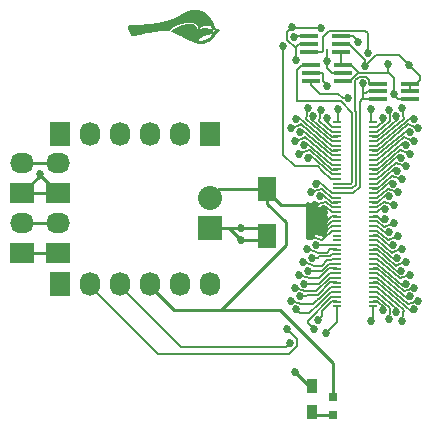
<source format=gtl>
G04 #@! TF.FileFunction,Copper,L1,Top,Signal*
%FSLAX46Y46*%
G04 Gerber Fmt 4.6, Leading zero omitted, Abs format (unit mm)*
G04 Created by KiCad (PCBNEW (2015-11-03 BZR 6296)-product) date Monday, December 21, 2015 'PMt' 04:07:47 PM*
%MOMM*%
G01*
G04 APERTURE LIST*
%ADD10C,0.100000*%
%ADD11C,0.010000*%
%ADD12O,2.032000X1.727200*%
%ADD13R,2.032000X1.727200*%
%ADD14R,1.501140X0.398780*%
%ADD15R,1.600000X2.000000*%
%ADD16R,0.797560X0.797560*%
%ADD17R,0.900000X1.200000*%
%ADD18R,1.727200X2.032000*%
%ADD19O,1.727200X2.032000*%
%ADD20R,2.032000X2.032000*%
%ADD21O,2.032000X2.032000*%
%ADD22R,0.700000X0.200000*%
%ADD23C,0.685800*%
%ADD24C,0.685801*%
%ADD25C,0.152400*%
%ADD26C,0.254000*%
G04 APERTURE END LIST*
D10*
D11*
G36*
X146520577Y-93494931D02*
X146488906Y-93494428D01*
X146461275Y-93493379D01*
X146436176Y-93491660D01*
X146412107Y-93489149D01*
X146387561Y-93485724D01*
X146361033Y-93481260D01*
X146339069Y-93477185D01*
X146280214Y-93464422D01*
X146219117Y-93448355D01*
X146158664Y-93429818D01*
X146101740Y-93409646D01*
X146090361Y-93405223D01*
X146047183Y-93388030D01*
X146004808Y-93370892D01*
X145962850Y-93353630D01*
X145920920Y-93336063D01*
X145878631Y-93318011D01*
X145835596Y-93299293D01*
X145791427Y-93279729D01*
X145745735Y-93259138D01*
X145698134Y-93237341D01*
X145648236Y-93214156D01*
X145595653Y-93189403D01*
X145539997Y-93162901D01*
X145480882Y-93134472D01*
X145417918Y-93103933D01*
X145350720Y-93071104D01*
X145278898Y-93035806D01*
X145202065Y-92997857D01*
X145119834Y-92957077D01*
X145031817Y-92913286D01*
X145009097Y-92901963D01*
X144930817Y-92863019D01*
X144858298Y-92827120D01*
X144791051Y-92794039D01*
X144728585Y-92763552D01*
X144670411Y-92735433D01*
X144616038Y-92709455D01*
X144564976Y-92685394D01*
X144516735Y-92663022D01*
X144470825Y-92642115D01*
X144426756Y-92622447D01*
X144384038Y-92603792D01*
X144342181Y-92585924D01*
X144300694Y-92568618D01*
X144259088Y-92551647D01*
X144216872Y-92534787D01*
X144183597Y-92521719D01*
X144160074Y-92512482D01*
X144138681Y-92503963D01*
X144120312Y-92496527D01*
X144105857Y-92490540D01*
X144096209Y-92486365D01*
X144092268Y-92484376D01*
X144092801Y-92480281D01*
X144098013Y-92472263D01*
X144107261Y-92461032D01*
X144119900Y-92447296D01*
X144135288Y-92431764D01*
X144152781Y-92415145D01*
X144165822Y-92403343D01*
X144233801Y-92347242D01*
X144308236Y-92293747D01*
X144389006Y-92242914D01*
X144475989Y-92194800D01*
X144569062Y-92149462D01*
X144668103Y-92106957D01*
X144772991Y-92067342D01*
X144883602Y-92030673D01*
X144999815Y-91997008D01*
X145086708Y-91974704D01*
X145187303Y-91951462D01*
X145282291Y-91932133D01*
X145371919Y-91916697D01*
X145456439Y-91905132D01*
X145536099Y-91897420D01*
X145611149Y-91893538D01*
X145681837Y-91893465D01*
X145748413Y-91897182D01*
X145811126Y-91904668D01*
X145848918Y-91911340D01*
X145909550Y-91926252D01*
X145964906Y-91945633D01*
X146014914Y-91969410D01*
X146059501Y-91997509D01*
X146098596Y-92029858D01*
X146132127Y-92066383D01*
X146160021Y-92107012D01*
X146182205Y-92151671D01*
X146198608Y-92200287D01*
X146209158Y-92252786D01*
X146212097Y-92279060D01*
X146212915Y-92290167D01*
X146213851Y-92298302D01*
X146215889Y-92304006D01*
X146220009Y-92307822D01*
X146227194Y-92310290D01*
X146238425Y-92311954D01*
X146254685Y-92313354D01*
X146276955Y-92315033D01*
X146277333Y-92315063D01*
X146304885Y-92317290D01*
X146326056Y-92319184D01*
X146341509Y-92320834D01*
X146351906Y-92322327D01*
X146357910Y-92323751D01*
X146360183Y-92325193D01*
X146360082Y-92326026D01*
X146362027Y-92327335D01*
X146368861Y-92327560D01*
X146378532Y-92326886D01*
X146388990Y-92325503D01*
X146398183Y-92323597D01*
X146402569Y-92322141D01*
X146408077Y-92320624D01*
X146419384Y-92318164D01*
X146435331Y-92314992D01*
X146454759Y-92311335D01*
X146476511Y-92307422D01*
X146481944Y-92306471D01*
X146563430Y-92292964D01*
X146640846Y-92281591D01*
X146716734Y-92272013D01*
X146793633Y-92263891D01*
X146817083Y-92261706D01*
X146839513Y-92260112D01*
X146866719Y-92258879D01*
X146897348Y-92258007D01*
X146930049Y-92257496D01*
X146963471Y-92257348D01*
X146996262Y-92257562D01*
X147027070Y-92258139D01*
X147054545Y-92259080D01*
X147077334Y-92260385D01*
X147090486Y-92261598D01*
X147163314Y-92271253D01*
X147234171Y-92283140D01*
X147304932Y-92297651D01*
X147377473Y-92315178D01*
X147453669Y-92336110D01*
X147469143Y-92340632D01*
X147491757Y-92347425D01*
X147508423Y-92352778D01*
X147520018Y-92357041D01*
X147527422Y-92360562D01*
X147531510Y-92363691D01*
X147532943Y-92366032D01*
X147533909Y-92371145D01*
X147535491Y-92382439D01*
X147537590Y-92399075D01*
X147540105Y-92420217D01*
X147542937Y-92445025D01*
X147545987Y-92472662D01*
X147549082Y-92501608D01*
X147552679Y-92535601D01*
X147555565Y-92563243D01*
X147557688Y-92585209D01*
X147558999Y-92602170D01*
X147559447Y-92614802D01*
X147558982Y-92623777D01*
X147557553Y-92629770D01*
X147555110Y-92633453D01*
X147551603Y-92635501D01*
X147546982Y-92636587D01*
X147541195Y-92637385D01*
X147538909Y-92637717D01*
X147527663Y-92639746D01*
X147510611Y-92643203D01*
X147488807Y-92647849D01*
X147463300Y-92653445D01*
X147435142Y-92659751D01*
X147405385Y-92666529D01*
X147375079Y-92673539D01*
X147345275Y-92680543D01*
X147317025Y-92687300D01*
X147291380Y-92693573D01*
X147272167Y-92698407D01*
X147169538Y-92725766D01*
X147073547Y-92753603D01*
X146983787Y-92782055D01*
X146899847Y-92811258D01*
X146821320Y-92841350D01*
X146747797Y-92872466D01*
X146735944Y-92877787D01*
X146665270Y-92912240D01*
X146593300Y-92951978D01*
X146521754Y-92995908D01*
X146452352Y-93042934D01*
X146386810Y-93091963D01*
X146342597Y-93128214D01*
X146324935Y-93143577D01*
X146306602Y-93159988D01*
X146288316Y-93176756D01*
X146270794Y-93193190D01*
X146254751Y-93208599D01*
X146240905Y-93222291D01*
X146229973Y-93233576D01*
X146222671Y-93241762D01*
X146219717Y-93246159D01*
X146219781Y-93246632D01*
X146225886Y-93249881D01*
X146237863Y-93254203D01*
X146254653Y-93259337D01*
X146275199Y-93265020D01*
X146298444Y-93270989D01*
X146323330Y-93276981D01*
X146348801Y-93282735D01*
X146373799Y-93287987D01*
X146397268Y-93292474D01*
X146418148Y-93295935D01*
X146418444Y-93295979D01*
X146473487Y-93302523D01*
X146527821Y-93305577D01*
X146582961Y-93305107D01*
X146640419Y-93301077D01*
X146701711Y-93293452D01*
X146731539Y-93288739D01*
X146824796Y-93270150D01*
X146914229Y-93246293D01*
X146999623Y-93217275D01*
X147080766Y-93183203D01*
X147157443Y-93144182D01*
X147229442Y-93100319D01*
X147296549Y-93051720D01*
X147358551Y-92998491D01*
X147402051Y-92955085D01*
X147444426Y-92906444D01*
X147482464Y-92855667D01*
X147515507Y-92803770D01*
X147542895Y-92751770D01*
X147560344Y-92710645D01*
X147565320Y-92698231D01*
X147569944Y-92688063D01*
X147573211Y-92682348D01*
X147576468Y-92679042D01*
X147584369Y-92671330D01*
X147596439Y-92659666D01*
X147612207Y-92644504D01*
X147631199Y-92626296D01*
X147652943Y-92605496D01*
X147676966Y-92582558D01*
X147702795Y-92557935D01*
X147721958Y-92539691D01*
X147748659Y-92514263D01*
X147773792Y-92490288D01*
X147796896Y-92468206D01*
X147817514Y-92448460D01*
X147835187Y-92431487D01*
X147849455Y-92417730D01*
X147859861Y-92407629D01*
X147865945Y-92401624D01*
X147867393Y-92400078D01*
X147864428Y-92398301D01*
X147855616Y-92393948D01*
X147841564Y-92387299D01*
X147822877Y-92378632D01*
X147800164Y-92368227D01*
X147774028Y-92356363D01*
X147745077Y-92343317D01*
X147713917Y-92329370D01*
X147706532Y-92326077D01*
X147544874Y-92254058D01*
X147528019Y-92193786D01*
X147519906Y-92165801D01*
X147510059Y-92133466D01*
X147499084Y-92098653D01*
X147487589Y-92063238D01*
X147476183Y-92029093D01*
X147465473Y-91998093D01*
X147456489Y-91973243D01*
X147451041Y-91959557D01*
X147446521Y-91951083D01*
X147441864Y-91946267D01*
X147436170Y-91943608D01*
X147428868Y-91942442D01*
X147415547Y-91941504D01*
X147397240Y-91940791D01*
X147374980Y-91940303D01*
X147349799Y-91940035D01*
X147322731Y-91939987D01*
X147294808Y-91940155D01*
X147267063Y-91940539D01*
X147240528Y-91941134D01*
X147216237Y-91941940D01*
X147195223Y-91942954D01*
X147178681Y-91944159D01*
X147015739Y-91961788D01*
X146915861Y-91975162D01*
X146873141Y-91981600D01*
X146836322Y-91987900D01*
X146804266Y-91994376D01*
X146775833Y-92001339D01*
X146749884Y-92009101D01*
X146725279Y-92017975D01*
X146700878Y-92028273D01*
X146675543Y-92040306D01*
X146672444Y-92041853D01*
X146616885Y-92073187D01*
X146562336Y-92110789D01*
X146509767Y-92153872D01*
X146460148Y-92201647D01*
X146419686Y-92246958D01*
X146401653Y-92268681D01*
X146399252Y-92243431D01*
X146392225Y-92196009D01*
X146380319Y-92146832D01*
X146364198Y-92097776D01*
X146344523Y-92050718D01*
X146321958Y-92007537D01*
X146308281Y-91985711D01*
X146270660Y-91935994D01*
X146227859Y-91890997D01*
X146179963Y-91850749D01*
X146127063Y-91815277D01*
X146069243Y-91784611D01*
X146006594Y-91758777D01*
X145939201Y-91737803D01*
X145867152Y-91721718D01*
X145790535Y-91710549D01*
X145709438Y-91704324D01*
X145623947Y-91703071D01*
X145534152Y-91706818D01*
X145455361Y-91713861D01*
X145382218Y-91723178D01*
X145304125Y-91735491D01*
X145222379Y-91750519D01*
X145138276Y-91767976D01*
X145053113Y-91787582D01*
X144968187Y-91809051D01*
X144884795Y-91832101D01*
X144808014Y-91855255D01*
X144710540Y-91887888D01*
X144616214Y-91923330D01*
X144525387Y-91961371D01*
X144438408Y-92001797D01*
X144355628Y-92044400D01*
X144277396Y-92088966D01*
X144204063Y-92135286D01*
X144135979Y-92183147D01*
X144073494Y-92232339D01*
X144016959Y-92282650D01*
X143966722Y-92333869D01*
X143923135Y-92385785D01*
X143918484Y-92391897D01*
X143908868Y-92404324D01*
X143902108Y-92411896D01*
X143897071Y-92415578D01*
X143892623Y-92416336D01*
X143890274Y-92415921D01*
X143870837Y-92411612D01*
X143845760Y-92406930D01*
X143816432Y-92402078D01*
X143784243Y-92397263D01*
X143750585Y-92392687D01*
X143716848Y-92388557D01*
X143684422Y-92385077D01*
X143673833Y-92384068D01*
X143642095Y-92381538D01*
X143610112Y-92379816D01*
X143577209Y-92378933D01*
X143542710Y-92378920D01*
X143505940Y-92379806D01*
X143466225Y-92381623D01*
X143422887Y-92384401D01*
X143375254Y-92388171D01*
X143322648Y-92392963D01*
X143264395Y-92398808D01*
X143202875Y-92405400D01*
X143113835Y-92415763D01*
X143018361Y-92427982D01*
X142916807Y-92441993D01*
X142809531Y-92457731D01*
X142696885Y-92475132D01*
X142579226Y-92494133D01*
X142456909Y-92514668D01*
X142330288Y-92536674D01*
X142199720Y-92560086D01*
X142065559Y-92584840D01*
X141928160Y-92610872D01*
X141787879Y-92638118D01*
X141645070Y-92666514D01*
X141500089Y-92695994D01*
X141353291Y-92726495D01*
X141205031Y-92757954D01*
X141055665Y-92790304D01*
X140968028Y-92809592D01*
X140923534Y-92819446D01*
X140885316Y-92827733D01*
X140852742Y-92834320D01*
X140825177Y-92839072D01*
X140801989Y-92841854D01*
X140782545Y-92842532D01*
X140766212Y-92840972D01*
X140752358Y-92837038D01*
X140740348Y-92830596D01*
X140729551Y-92821512D01*
X140719333Y-92809652D01*
X140709062Y-92794880D01*
X140698104Y-92777062D01*
X140685826Y-92756064D01*
X140681547Y-92748705D01*
X140644278Y-92682928D01*
X140609346Y-92617678D01*
X140577145Y-92553786D01*
X140548071Y-92492085D01*
X140522519Y-92433406D01*
X140500883Y-92378581D01*
X140487018Y-92339141D01*
X140471558Y-92286728D01*
X140460842Y-92237816D01*
X140454842Y-92192633D01*
X140453531Y-92151406D01*
X140456881Y-92114365D01*
X140464866Y-92081738D01*
X140477457Y-92053753D01*
X140494628Y-92030638D01*
X140516351Y-92012622D01*
X140526876Y-92006605D01*
X140537009Y-92001846D01*
X140548059Y-91997476D01*
X140560385Y-91993467D01*
X140574343Y-91989791D01*
X140590291Y-91986419D01*
X140608587Y-91983323D01*
X140629586Y-91980476D01*
X140653648Y-91977848D01*
X140681128Y-91975413D01*
X140712385Y-91973141D01*
X140747775Y-91971005D01*
X140787657Y-91968977D01*
X140832387Y-91967027D01*
X140882323Y-91965129D01*
X140937822Y-91963254D01*
X140999241Y-91961374D01*
X141066938Y-91959460D01*
X141141269Y-91957485D01*
X141155000Y-91957131D01*
X141277077Y-91953793D01*
X141392656Y-91950214D01*
X141502293Y-91946361D01*
X141606544Y-91942206D01*
X141705963Y-91937716D01*
X141801105Y-91932862D01*
X141892526Y-91927612D01*
X141980781Y-91921936D01*
X142066426Y-91915804D01*
X142150015Y-91909184D01*
X142232103Y-91902046D01*
X142313246Y-91894360D01*
X142340333Y-91891655D01*
X142469033Y-91877823D01*
X142593498Y-91862727D01*
X142714477Y-91846195D01*
X142832719Y-91828059D01*
X142948972Y-91808149D01*
X143063984Y-91786295D01*
X143178504Y-91762329D01*
X143293279Y-91736080D01*
X143409059Y-91707380D01*
X143526592Y-91676058D01*
X143646627Y-91641946D01*
X143769910Y-91604873D01*
X143897192Y-91564671D01*
X144029220Y-91521170D01*
X144134208Y-91485449D01*
X144184068Y-91467941D01*
X144231600Y-91450515D01*
X144277473Y-91432850D01*
X144322357Y-91414626D01*
X144366920Y-91395524D01*
X144411833Y-91375221D01*
X144457765Y-91353399D01*
X144505385Y-91329737D01*
X144555363Y-91303915D01*
X144608367Y-91275612D01*
X144665068Y-91244508D01*
X144726135Y-91210283D01*
X144792237Y-91172616D01*
X144813306Y-91160507D01*
X144871927Y-91126777D01*
X144924898Y-91096349D01*
X144972666Y-91068975D01*
X145015679Y-91044409D01*
X145054384Y-91022404D01*
X145089229Y-91002713D01*
X145120662Y-90985090D01*
X145149130Y-90969286D01*
X145175081Y-90955056D01*
X145198963Y-90942152D01*
X145221223Y-90930328D01*
X145242308Y-90919336D01*
X145262668Y-90908930D01*
X145282748Y-90898862D01*
X145302997Y-90888887D01*
X145323862Y-90878756D01*
X145325694Y-90877872D01*
X145393133Y-90846435D01*
X145456750Y-90819181D01*
X145517918Y-90795718D01*
X145578008Y-90775655D01*
X145638391Y-90758598D01*
X145700440Y-90744156D01*
X145765526Y-90731936D01*
X145835022Y-90721546D01*
X145899861Y-90713721D01*
X145940848Y-90709961D01*
X145986794Y-90707001D01*
X146035642Y-90704895D01*
X146085337Y-90703699D01*
X146133821Y-90703468D01*
X146179038Y-90704256D01*
X146208542Y-90705492D01*
X146288088Y-90712135D01*
X146368544Y-90723257D01*
X146448722Y-90738557D01*
X146527433Y-90757737D01*
X146603489Y-90780499D01*
X146675702Y-90806544D01*
X146742884Y-90835573D01*
X146760992Y-90844375D01*
X146841972Y-90888628D01*
X146921194Y-90939592D01*
X146998518Y-90997107D01*
X147073805Y-91061017D01*
X147146914Y-91131164D01*
X147217705Y-91207390D01*
X147286040Y-91289537D01*
X147351777Y-91377448D01*
X147414778Y-91470964D01*
X147474903Y-91569930D01*
X147532011Y-91674186D01*
X147577103Y-91764799D01*
X147595441Y-91804713D01*
X147613063Y-91846078D01*
X147630474Y-91890186D01*
X147648181Y-91938328D01*
X147666690Y-91991796D01*
X147671035Y-92004750D01*
X147678704Y-92028196D01*
X147686807Y-92053786D01*
X147694992Y-92080327D01*
X147702907Y-92106627D01*
X147710199Y-92131492D01*
X147716515Y-92153731D01*
X147721504Y-92172152D01*
X147724813Y-92185560D01*
X147725622Y-92189442D01*
X147727791Y-92201004D01*
X147932405Y-92283572D01*
X147968385Y-92298117D01*
X148002393Y-92311915D01*
X148033868Y-92324734D01*
X148062252Y-92336346D01*
X148086986Y-92346520D01*
X148107510Y-92355026D01*
X148123266Y-92361633D01*
X148133693Y-92366111D01*
X148138232Y-92368231D01*
X148138381Y-92368344D01*
X148136040Y-92370994D01*
X148128838Y-92377950D01*
X148117188Y-92388837D01*
X148101505Y-92403276D01*
X148082203Y-92420892D01*
X148059696Y-92441306D01*
X148034399Y-92464141D01*
X148006726Y-92489021D01*
X147977091Y-92515568D01*
X147951714Y-92538231D01*
X147915698Y-92570360D01*
X147884584Y-92598154D01*
X147858002Y-92621967D01*
X147835585Y-92642152D01*
X147816962Y-92659065D01*
X147801765Y-92673058D01*
X147789624Y-92684487D01*
X147780170Y-92693706D01*
X147773035Y-92701069D01*
X147767848Y-92706929D01*
X147764241Y-92711642D01*
X147761844Y-92715561D01*
X147760288Y-92719041D01*
X147759205Y-92722435D01*
X147759021Y-92723103D01*
X147752612Y-92743652D01*
X147743510Y-92768602D01*
X147732440Y-92796184D01*
X147720126Y-92824625D01*
X147707295Y-92852157D01*
X147700700Y-92865446D01*
X147668251Y-92923655D01*
X147631023Y-92979780D01*
X147588334Y-93034751D01*
X147539501Y-93089498D01*
X147526358Y-93103151D01*
X147470849Y-93156690D01*
X147413569Y-93205173D01*
X147353315Y-93249469D01*
X147288883Y-93290443D01*
X147219069Y-93328963D01*
X147198083Y-93339580D01*
X147130029Y-93371452D01*
X147062015Y-93399287D01*
X146992813Y-93423459D01*
X146921193Y-93444341D01*
X146845928Y-93462308D01*
X146765788Y-93477732D01*
X146719320Y-93485248D01*
X146699484Y-93488168D01*
X146682156Y-93490434D01*
X146665939Y-93492130D01*
X146649438Y-93493341D01*
X146631258Y-93494152D01*
X146610002Y-93494645D01*
X146584276Y-93494906D01*
X146557792Y-93495009D01*
X146520577Y-93494931D01*
X146520577Y-93494931D01*
G37*
X146520577Y-93494931D02*
X146488906Y-93494428D01*
X146461275Y-93493379D01*
X146436176Y-93491660D01*
X146412107Y-93489149D01*
X146387561Y-93485724D01*
X146361033Y-93481260D01*
X146339069Y-93477185D01*
X146280214Y-93464422D01*
X146219117Y-93448355D01*
X146158664Y-93429818D01*
X146101740Y-93409646D01*
X146090361Y-93405223D01*
X146047183Y-93388030D01*
X146004808Y-93370892D01*
X145962850Y-93353630D01*
X145920920Y-93336063D01*
X145878631Y-93318011D01*
X145835596Y-93299293D01*
X145791427Y-93279729D01*
X145745735Y-93259138D01*
X145698134Y-93237341D01*
X145648236Y-93214156D01*
X145595653Y-93189403D01*
X145539997Y-93162901D01*
X145480882Y-93134472D01*
X145417918Y-93103933D01*
X145350720Y-93071104D01*
X145278898Y-93035806D01*
X145202065Y-92997857D01*
X145119834Y-92957077D01*
X145031817Y-92913286D01*
X145009097Y-92901963D01*
X144930817Y-92863019D01*
X144858298Y-92827120D01*
X144791051Y-92794039D01*
X144728585Y-92763552D01*
X144670411Y-92735433D01*
X144616038Y-92709455D01*
X144564976Y-92685394D01*
X144516735Y-92663022D01*
X144470825Y-92642115D01*
X144426756Y-92622447D01*
X144384038Y-92603792D01*
X144342181Y-92585924D01*
X144300694Y-92568618D01*
X144259088Y-92551647D01*
X144216872Y-92534787D01*
X144183597Y-92521719D01*
X144160074Y-92512482D01*
X144138681Y-92503963D01*
X144120312Y-92496527D01*
X144105857Y-92490540D01*
X144096209Y-92486365D01*
X144092268Y-92484376D01*
X144092801Y-92480281D01*
X144098013Y-92472263D01*
X144107261Y-92461032D01*
X144119900Y-92447296D01*
X144135288Y-92431764D01*
X144152781Y-92415145D01*
X144165822Y-92403343D01*
X144233801Y-92347242D01*
X144308236Y-92293747D01*
X144389006Y-92242914D01*
X144475989Y-92194800D01*
X144569062Y-92149462D01*
X144668103Y-92106957D01*
X144772991Y-92067342D01*
X144883602Y-92030673D01*
X144999815Y-91997008D01*
X145086708Y-91974704D01*
X145187303Y-91951462D01*
X145282291Y-91932133D01*
X145371919Y-91916697D01*
X145456439Y-91905132D01*
X145536099Y-91897420D01*
X145611149Y-91893538D01*
X145681837Y-91893465D01*
X145748413Y-91897182D01*
X145811126Y-91904668D01*
X145848918Y-91911340D01*
X145909550Y-91926252D01*
X145964906Y-91945633D01*
X146014914Y-91969410D01*
X146059501Y-91997509D01*
X146098596Y-92029858D01*
X146132127Y-92066383D01*
X146160021Y-92107012D01*
X146182205Y-92151671D01*
X146198608Y-92200287D01*
X146209158Y-92252786D01*
X146212097Y-92279060D01*
X146212915Y-92290167D01*
X146213851Y-92298302D01*
X146215889Y-92304006D01*
X146220009Y-92307822D01*
X146227194Y-92310290D01*
X146238425Y-92311954D01*
X146254685Y-92313354D01*
X146276955Y-92315033D01*
X146277333Y-92315063D01*
X146304885Y-92317290D01*
X146326056Y-92319184D01*
X146341509Y-92320834D01*
X146351906Y-92322327D01*
X146357910Y-92323751D01*
X146360183Y-92325193D01*
X146360082Y-92326026D01*
X146362027Y-92327335D01*
X146368861Y-92327560D01*
X146378532Y-92326886D01*
X146388990Y-92325503D01*
X146398183Y-92323597D01*
X146402569Y-92322141D01*
X146408077Y-92320624D01*
X146419384Y-92318164D01*
X146435331Y-92314992D01*
X146454759Y-92311335D01*
X146476511Y-92307422D01*
X146481944Y-92306471D01*
X146563430Y-92292964D01*
X146640846Y-92281591D01*
X146716734Y-92272013D01*
X146793633Y-92263891D01*
X146817083Y-92261706D01*
X146839513Y-92260112D01*
X146866719Y-92258879D01*
X146897348Y-92258007D01*
X146930049Y-92257496D01*
X146963471Y-92257348D01*
X146996262Y-92257562D01*
X147027070Y-92258139D01*
X147054545Y-92259080D01*
X147077334Y-92260385D01*
X147090486Y-92261598D01*
X147163314Y-92271253D01*
X147234171Y-92283140D01*
X147304932Y-92297651D01*
X147377473Y-92315178D01*
X147453669Y-92336110D01*
X147469143Y-92340632D01*
X147491757Y-92347425D01*
X147508423Y-92352778D01*
X147520018Y-92357041D01*
X147527422Y-92360562D01*
X147531510Y-92363691D01*
X147532943Y-92366032D01*
X147533909Y-92371145D01*
X147535491Y-92382439D01*
X147537590Y-92399075D01*
X147540105Y-92420217D01*
X147542937Y-92445025D01*
X147545987Y-92472662D01*
X147549082Y-92501608D01*
X147552679Y-92535601D01*
X147555565Y-92563243D01*
X147557688Y-92585209D01*
X147558999Y-92602170D01*
X147559447Y-92614802D01*
X147558982Y-92623777D01*
X147557553Y-92629770D01*
X147555110Y-92633453D01*
X147551603Y-92635501D01*
X147546982Y-92636587D01*
X147541195Y-92637385D01*
X147538909Y-92637717D01*
X147527663Y-92639746D01*
X147510611Y-92643203D01*
X147488807Y-92647849D01*
X147463300Y-92653445D01*
X147435142Y-92659751D01*
X147405385Y-92666529D01*
X147375079Y-92673539D01*
X147345275Y-92680543D01*
X147317025Y-92687300D01*
X147291380Y-92693573D01*
X147272167Y-92698407D01*
X147169538Y-92725766D01*
X147073547Y-92753603D01*
X146983787Y-92782055D01*
X146899847Y-92811258D01*
X146821320Y-92841350D01*
X146747797Y-92872466D01*
X146735944Y-92877787D01*
X146665270Y-92912240D01*
X146593300Y-92951978D01*
X146521754Y-92995908D01*
X146452352Y-93042934D01*
X146386810Y-93091963D01*
X146342597Y-93128214D01*
X146324935Y-93143577D01*
X146306602Y-93159988D01*
X146288316Y-93176756D01*
X146270794Y-93193190D01*
X146254751Y-93208599D01*
X146240905Y-93222291D01*
X146229973Y-93233576D01*
X146222671Y-93241762D01*
X146219717Y-93246159D01*
X146219781Y-93246632D01*
X146225886Y-93249881D01*
X146237863Y-93254203D01*
X146254653Y-93259337D01*
X146275199Y-93265020D01*
X146298444Y-93270989D01*
X146323330Y-93276981D01*
X146348801Y-93282735D01*
X146373799Y-93287987D01*
X146397268Y-93292474D01*
X146418148Y-93295935D01*
X146418444Y-93295979D01*
X146473487Y-93302523D01*
X146527821Y-93305577D01*
X146582961Y-93305107D01*
X146640419Y-93301077D01*
X146701711Y-93293452D01*
X146731539Y-93288739D01*
X146824796Y-93270150D01*
X146914229Y-93246293D01*
X146999623Y-93217275D01*
X147080766Y-93183203D01*
X147157443Y-93144182D01*
X147229442Y-93100319D01*
X147296549Y-93051720D01*
X147358551Y-92998491D01*
X147402051Y-92955085D01*
X147444426Y-92906444D01*
X147482464Y-92855667D01*
X147515507Y-92803770D01*
X147542895Y-92751770D01*
X147560344Y-92710645D01*
X147565320Y-92698231D01*
X147569944Y-92688063D01*
X147573211Y-92682348D01*
X147576468Y-92679042D01*
X147584369Y-92671330D01*
X147596439Y-92659666D01*
X147612207Y-92644504D01*
X147631199Y-92626296D01*
X147652943Y-92605496D01*
X147676966Y-92582558D01*
X147702795Y-92557935D01*
X147721958Y-92539691D01*
X147748659Y-92514263D01*
X147773792Y-92490288D01*
X147796896Y-92468206D01*
X147817514Y-92448460D01*
X147835187Y-92431487D01*
X147849455Y-92417730D01*
X147859861Y-92407629D01*
X147865945Y-92401624D01*
X147867393Y-92400078D01*
X147864428Y-92398301D01*
X147855616Y-92393948D01*
X147841564Y-92387299D01*
X147822877Y-92378632D01*
X147800164Y-92368227D01*
X147774028Y-92356363D01*
X147745077Y-92343317D01*
X147713917Y-92329370D01*
X147706532Y-92326077D01*
X147544874Y-92254058D01*
X147528019Y-92193786D01*
X147519906Y-92165801D01*
X147510059Y-92133466D01*
X147499084Y-92098653D01*
X147487589Y-92063238D01*
X147476183Y-92029093D01*
X147465473Y-91998093D01*
X147456489Y-91973243D01*
X147451041Y-91959557D01*
X147446521Y-91951083D01*
X147441864Y-91946267D01*
X147436170Y-91943608D01*
X147428868Y-91942442D01*
X147415547Y-91941504D01*
X147397240Y-91940791D01*
X147374980Y-91940303D01*
X147349799Y-91940035D01*
X147322731Y-91939987D01*
X147294808Y-91940155D01*
X147267063Y-91940539D01*
X147240528Y-91941134D01*
X147216237Y-91941940D01*
X147195223Y-91942954D01*
X147178681Y-91944159D01*
X147015739Y-91961788D01*
X146915861Y-91975162D01*
X146873141Y-91981600D01*
X146836322Y-91987900D01*
X146804266Y-91994376D01*
X146775833Y-92001339D01*
X146749884Y-92009101D01*
X146725279Y-92017975D01*
X146700878Y-92028273D01*
X146675543Y-92040306D01*
X146672444Y-92041853D01*
X146616885Y-92073187D01*
X146562336Y-92110789D01*
X146509767Y-92153872D01*
X146460148Y-92201647D01*
X146419686Y-92246958D01*
X146401653Y-92268681D01*
X146399252Y-92243431D01*
X146392225Y-92196009D01*
X146380319Y-92146832D01*
X146364198Y-92097776D01*
X146344523Y-92050718D01*
X146321958Y-92007537D01*
X146308281Y-91985711D01*
X146270660Y-91935994D01*
X146227859Y-91890997D01*
X146179963Y-91850749D01*
X146127063Y-91815277D01*
X146069243Y-91784611D01*
X146006594Y-91758777D01*
X145939201Y-91737803D01*
X145867152Y-91721718D01*
X145790535Y-91710549D01*
X145709438Y-91704324D01*
X145623947Y-91703071D01*
X145534152Y-91706818D01*
X145455361Y-91713861D01*
X145382218Y-91723178D01*
X145304125Y-91735491D01*
X145222379Y-91750519D01*
X145138276Y-91767976D01*
X145053113Y-91787582D01*
X144968187Y-91809051D01*
X144884795Y-91832101D01*
X144808014Y-91855255D01*
X144710540Y-91887888D01*
X144616214Y-91923330D01*
X144525387Y-91961371D01*
X144438408Y-92001797D01*
X144355628Y-92044400D01*
X144277396Y-92088966D01*
X144204063Y-92135286D01*
X144135979Y-92183147D01*
X144073494Y-92232339D01*
X144016959Y-92282650D01*
X143966722Y-92333869D01*
X143923135Y-92385785D01*
X143918484Y-92391897D01*
X143908868Y-92404324D01*
X143902108Y-92411896D01*
X143897071Y-92415578D01*
X143892623Y-92416336D01*
X143890274Y-92415921D01*
X143870837Y-92411612D01*
X143845760Y-92406930D01*
X143816432Y-92402078D01*
X143784243Y-92397263D01*
X143750585Y-92392687D01*
X143716848Y-92388557D01*
X143684422Y-92385077D01*
X143673833Y-92384068D01*
X143642095Y-92381538D01*
X143610112Y-92379816D01*
X143577209Y-92378933D01*
X143542710Y-92378920D01*
X143505940Y-92379806D01*
X143466225Y-92381623D01*
X143422887Y-92384401D01*
X143375254Y-92388171D01*
X143322648Y-92392963D01*
X143264395Y-92398808D01*
X143202875Y-92405400D01*
X143113835Y-92415763D01*
X143018361Y-92427982D01*
X142916807Y-92441993D01*
X142809531Y-92457731D01*
X142696885Y-92475132D01*
X142579226Y-92494133D01*
X142456909Y-92514668D01*
X142330288Y-92536674D01*
X142199720Y-92560086D01*
X142065559Y-92584840D01*
X141928160Y-92610872D01*
X141787879Y-92638118D01*
X141645070Y-92666514D01*
X141500089Y-92695994D01*
X141353291Y-92726495D01*
X141205031Y-92757954D01*
X141055665Y-92790304D01*
X140968028Y-92809592D01*
X140923534Y-92819446D01*
X140885316Y-92827733D01*
X140852742Y-92834320D01*
X140825177Y-92839072D01*
X140801989Y-92841854D01*
X140782545Y-92842532D01*
X140766212Y-92840972D01*
X140752358Y-92837038D01*
X140740348Y-92830596D01*
X140729551Y-92821512D01*
X140719333Y-92809652D01*
X140709062Y-92794880D01*
X140698104Y-92777062D01*
X140685826Y-92756064D01*
X140681547Y-92748705D01*
X140644278Y-92682928D01*
X140609346Y-92617678D01*
X140577145Y-92553786D01*
X140548071Y-92492085D01*
X140522519Y-92433406D01*
X140500883Y-92378581D01*
X140487018Y-92339141D01*
X140471558Y-92286728D01*
X140460842Y-92237816D01*
X140454842Y-92192633D01*
X140453531Y-92151406D01*
X140456881Y-92114365D01*
X140464866Y-92081738D01*
X140477457Y-92053753D01*
X140494628Y-92030638D01*
X140516351Y-92012622D01*
X140526876Y-92006605D01*
X140537009Y-92001846D01*
X140548059Y-91997476D01*
X140560385Y-91993467D01*
X140574343Y-91989791D01*
X140590291Y-91986419D01*
X140608587Y-91983323D01*
X140629586Y-91980476D01*
X140653648Y-91977848D01*
X140681128Y-91975413D01*
X140712385Y-91973141D01*
X140747775Y-91971005D01*
X140787657Y-91968977D01*
X140832387Y-91967027D01*
X140882323Y-91965129D01*
X140937822Y-91963254D01*
X140999241Y-91961374D01*
X141066938Y-91959460D01*
X141141269Y-91957485D01*
X141155000Y-91957131D01*
X141277077Y-91953793D01*
X141392656Y-91950214D01*
X141502293Y-91946361D01*
X141606544Y-91942206D01*
X141705963Y-91937716D01*
X141801105Y-91932862D01*
X141892526Y-91927612D01*
X141980781Y-91921936D01*
X142066426Y-91915804D01*
X142150015Y-91909184D01*
X142232103Y-91902046D01*
X142313246Y-91894360D01*
X142340333Y-91891655D01*
X142469033Y-91877823D01*
X142593498Y-91862727D01*
X142714477Y-91846195D01*
X142832719Y-91828059D01*
X142948972Y-91808149D01*
X143063984Y-91786295D01*
X143178504Y-91762329D01*
X143293279Y-91736080D01*
X143409059Y-91707380D01*
X143526592Y-91676058D01*
X143646627Y-91641946D01*
X143769910Y-91604873D01*
X143897192Y-91564671D01*
X144029220Y-91521170D01*
X144134208Y-91485449D01*
X144184068Y-91467941D01*
X144231600Y-91450515D01*
X144277473Y-91432850D01*
X144322357Y-91414626D01*
X144366920Y-91395524D01*
X144411833Y-91375221D01*
X144457765Y-91353399D01*
X144505385Y-91329737D01*
X144555363Y-91303915D01*
X144608367Y-91275612D01*
X144665068Y-91244508D01*
X144726135Y-91210283D01*
X144792237Y-91172616D01*
X144813306Y-91160507D01*
X144871927Y-91126777D01*
X144924898Y-91096349D01*
X144972666Y-91068975D01*
X145015679Y-91044409D01*
X145054384Y-91022404D01*
X145089229Y-91002713D01*
X145120662Y-90985090D01*
X145149130Y-90969286D01*
X145175081Y-90955056D01*
X145198963Y-90942152D01*
X145221223Y-90930328D01*
X145242308Y-90919336D01*
X145262668Y-90908930D01*
X145282748Y-90898862D01*
X145302997Y-90888887D01*
X145323862Y-90878756D01*
X145325694Y-90877872D01*
X145393133Y-90846435D01*
X145456750Y-90819181D01*
X145517918Y-90795718D01*
X145578008Y-90775655D01*
X145638391Y-90758598D01*
X145700440Y-90744156D01*
X145765526Y-90731936D01*
X145835022Y-90721546D01*
X145899861Y-90713721D01*
X145940848Y-90709961D01*
X145986794Y-90707001D01*
X146035642Y-90704895D01*
X146085337Y-90703699D01*
X146133821Y-90703468D01*
X146179038Y-90704256D01*
X146208542Y-90705492D01*
X146288088Y-90712135D01*
X146368544Y-90723257D01*
X146448722Y-90738557D01*
X146527433Y-90757737D01*
X146603489Y-90780499D01*
X146675702Y-90806544D01*
X146742884Y-90835573D01*
X146760992Y-90844375D01*
X146841972Y-90888628D01*
X146921194Y-90939592D01*
X146998518Y-90997107D01*
X147073805Y-91061017D01*
X147146914Y-91131164D01*
X147217705Y-91207390D01*
X147286040Y-91289537D01*
X147351777Y-91377448D01*
X147414778Y-91470964D01*
X147474903Y-91569930D01*
X147532011Y-91674186D01*
X147577103Y-91764799D01*
X147595441Y-91804713D01*
X147613063Y-91846078D01*
X147630474Y-91890186D01*
X147648181Y-91938328D01*
X147666690Y-91991796D01*
X147671035Y-92004750D01*
X147678704Y-92028196D01*
X147686807Y-92053786D01*
X147694992Y-92080327D01*
X147702907Y-92106627D01*
X147710199Y-92131492D01*
X147716515Y-92153731D01*
X147721504Y-92172152D01*
X147724813Y-92185560D01*
X147725622Y-92189442D01*
X147727791Y-92201004D01*
X147932405Y-92283572D01*
X147968385Y-92298117D01*
X148002393Y-92311915D01*
X148033868Y-92324734D01*
X148062252Y-92336346D01*
X148086986Y-92346520D01*
X148107510Y-92355026D01*
X148123266Y-92361633D01*
X148133693Y-92366111D01*
X148138232Y-92368231D01*
X148138381Y-92368344D01*
X148136040Y-92370994D01*
X148128838Y-92377950D01*
X148117188Y-92388837D01*
X148101505Y-92403276D01*
X148082203Y-92420892D01*
X148059696Y-92441306D01*
X148034399Y-92464141D01*
X148006726Y-92489021D01*
X147977091Y-92515568D01*
X147951714Y-92538231D01*
X147915698Y-92570360D01*
X147884584Y-92598154D01*
X147858002Y-92621967D01*
X147835585Y-92642152D01*
X147816962Y-92659065D01*
X147801765Y-92673058D01*
X147789624Y-92684487D01*
X147780170Y-92693706D01*
X147773035Y-92701069D01*
X147767848Y-92706929D01*
X147764241Y-92711642D01*
X147761844Y-92715561D01*
X147760288Y-92719041D01*
X147759205Y-92722435D01*
X147759021Y-92723103D01*
X147752612Y-92743652D01*
X147743510Y-92768602D01*
X147732440Y-92796184D01*
X147720126Y-92824625D01*
X147707295Y-92852157D01*
X147700700Y-92865446D01*
X147668251Y-92923655D01*
X147631023Y-92979780D01*
X147588334Y-93034751D01*
X147539501Y-93089498D01*
X147526358Y-93103151D01*
X147470849Y-93156690D01*
X147413569Y-93205173D01*
X147353315Y-93249469D01*
X147288883Y-93290443D01*
X147219069Y-93328963D01*
X147198083Y-93339580D01*
X147130029Y-93371452D01*
X147062015Y-93399287D01*
X146992813Y-93423459D01*
X146921193Y-93444341D01*
X146845928Y-93462308D01*
X146765788Y-93477732D01*
X146719320Y-93485248D01*
X146699484Y-93488168D01*
X146682156Y-93490434D01*
X146665939Y-93492130D01*
X146649438Y-93493341D01*
X146631258Y-93494152D01*
X146610002Y-93494645D01*
X146584276Y-93494906D01*
X146557792Y-93495009D01*
X146520577Y-93494931D01*
D12*
X134550000Y-103700000D03*
D13*
X134550000Y-106240000D03*
D12*
X134550000Y-108780000D03*
D13*
X134550000Y-111320000D03*
D14*
X158461920Y-94250000D03*
X158461920Y-93599760D03*
X158461920Y-92949520D03*
X155800000Y-92949520D03*
X155800000Y-93599760D03*
X155800000Y-94250000D03*
X164300000Y-98250000D03*
X164300000Y-97599760D03*
X164300000Y-96949520D03*
X161638080Y-96949520D03*
X161638080Y-97599760D03*
X161638080Y-98250000D03*
X158611920Y-96700000D03*
X158611920Y-96049760D03*
X158611920Y-95399520D03*
X155950000Y-95399520D03*
X155950000Y-96049760D03*
X155950000Y-96700000D03*
D15*
X152250000Y-105850000D03*
X152250000Y-109850000D03*
D16*
X157800000Y-123500700D03*
X157800000Y-124999300D03*
D17*
X156050000Y-124750000D03*
X156050000Y-122550000D03*
D13*
X131500000Y-111300000D03*
D12*
X131500000Y-108760000D03*
D13*
X131500000Y-106220000D03*
D12*
X131500000Y-103680000D03*
D18*
X134650000Y-113890000D03*
D19*
X137190000Y-113890000D03*
X139730000Y-113890000D03*
X142270000Y-113890000D03*
X144810000Y-113890000D03*
X147350000Y-113890000D03*
D18*
X147400000Y-101200000D03*
D19*
X144860000Y-101200000D03*
X142320000Y-101200000D03*
X139780000Y-101200000D03*
X137240000Y-101200000D03*
D18*
X134700000Y-101200000D03*
D20*
X147400000Y-109140000D03*
D21*
X147400000Y-106600000D03*
D22*
X161190000Y-100200000D03*
X161190000Y-100600000D03*
X161190000Y-101000000D03*
X161190000Y-101400000D03*
X161190000Y-101800000D03*
X161190000Y-102200000D03*
X161190000Y-102600000D03*
X161190000Y-103000000D03*
X161190000Y-103400000D03*
X161190000Y-103800000D03*
X161190000Y-107800000D03*
X161190000Y-107400000D03*
X161190000Y-107000000D03*
X161190000Y-106600000D03*
X161190000Y-106200000D03*
X161190000Y-105800000D03*
X161190000Y-105400000D03*
X161190000Y-105000000D03*
X161190000Y-104600000D03*
X161190000Y-104200000D03*
X161190000Y-108200000D03*
X161190000Y-108600000D03*
X161190000Y-109000000D03*
X161190000Y-109400000D03*
X161190000Y-109800000D03*
X161190000Y-110200000D03*
X161190000Y-110600000D03*
X161190000Y-111000000D03*
X161190000Y-111400000D03*
X161190000Y-111800000D03*
X161190000Y-115800000D03*
X161190000Y-115400000D03*
X161190000Y-115000000D03*
X161190000Y-114600000D03*
X161190000Y-114200000D03*
X161190000Y-113800000D03*
X161190000Y-113400000D03*
X161190000Y-113000000D03*
X161190000Y-112600000D03*
X161190000Y-112200000D03*
X158110000Y-112200000D03*
X158110000Y-112600000D03*
X158110000Y-113000000D03*
X158110000Y-113400000D03*
X158110000Y-113800000D03*
X158110000Y-114200000D03*
X158110000Y-114600000D03*
X158110000Y-115000000D03*
X158110000Y-115400000D03*
X158110000Y-115800000D03*
X158110000Y-111800000D03*
X158110000Y-111400000D03*
X158110000Y-111000000D03*
X158110000Y-110600000D03*
X158110000Y-110200000D03*
X158110000Y-109800000D03*
X158110000Y-109400000D03*
X158110000Y-109000000D03*
X158110000Y-108600000D03*
X158110000Y-108200000D03*
X158110000Y-104200000D03*
X158110000Y-104600000D03*
X158110000Y-105000000D03*
X158110000Y-105400000D03*
X158110000Y-105800000D03*
X158110000Y-106200000D03*
X158110000Y-106600000D03*
X158110000Y-107000000D03*
X158110000Y-107400000D03*
X158110000Y-107800000D03*
X158110000Y-103800000D03*
X158110000Y-103400000D03*
X158110000Y-103000000D03*
X158110000Y-102600000D03*
X158110000Y-102200000D03*
X158110000Y-101800000D03*
X158110000Y-101400000D03*
X158110000Y-101000000D03*
X158110000Y-100600000D03*
X158110000Y-100200000D03*
D23*
X162950000Y-97849974D03*
X162500000Y-95300000D03*
X133000000Y-104600000D03*
X150050000Y-110150000D03*
X150050000Y-109150000D03*
X154600000Y-121350000D03*
D24*
X163335170Y-106128721D03*
X162579214Y-106491109D03*
X162993938Y-107218712D03*
X162237982Y-107581100D03*
X162237982Y-108419301D03*
X162993938Y-108781689D03*
X162579214Y-109509292D03*
X163335170Y-109871680D03*
D23*
X164264956Y-95352566D03*
X160500000Y-95450000D03*
X157300000Y-95000000D03*
X159100000Y-98150000D03*
X159950000Y-93400000D03*
X154500000Y-92950000D03*
X153600000Y-93750000D03*
X154325068Y-92130246D03*
X160303087Y-96914049D03*
X157300000Y-97100000D03*
X156750000Y-92200000D03*
X154650000Y-94900000D03*
D24*
X156380187Y-105401118D03*
D23*
X160729126Y-94320874D03*
D24*
X156306694Y-107218712D03*
X157062650Y-107581100D03*
X157062650Y-108419301D03*
X156306694Y-108781689D03*
X156721418Y-109509292D03*
X155965462Y-109871680D03*
D23*
X153950000Y-117750000D03*
X154171538Y-118920210D03*
X161000000Y-117010000D03*
D24*
X161045015Y-99054899D03*
X158255617Y-99054899D03*
X158255617Y-99054899D03*
X162035617Y-116147324D03*
X162511810Y-116834445D03*
X163166374Y-116308281D03*
X163642567Y-116995401D03*
X164626605Y-116049236D03*
X165041329Y-115321633D03*
X164285373Y-114959245D03*
X164700097Y-114231642D03*
X163944142Y-113869254D03*
X164358866Y-113141651D03*
X163602910Y-112779264D03*
X164017634Y-112051661D03*
X163261678Y-111689273D03*
X163676402Y-110961670D03*
X162920446Y-110599282D03*
X162920446Y-105401118D03*
X163676402Y-105038731D03*
X163261678Y-104311128D03*
X164017634Y-103948740D03*
X163602910Y-103221137D03*
X164358866Y-102858749D03*
X163944142Y-102131146D03*
X164700097Y-101768759D03*
X164285373Y-101041156D03*
X165041329Y-100678768D03*
X164626605Y-99951165D03*
X163642567Y-99005000D03*
X163166374Y-99692120D03*
X162511810Y-99165956D03*
X162035617Y-99853076D03*
X157265015Y-99853076D03*
X156788823Y-99165956D03*
X156134258Y-99692120D03*
X155658066Y-99005000D03*
X154674027Y-99951165D03*
X154259303Y-100678768D03*
X155015259Y-101041156D03*
X154600535Y-101768759D03*
X155356491Y-102131146D03*
X154941767Y-102858749D03*
X155697723Y-103221137D03*
X155965462Y-106128721D03*
X156721418Y-106491109D03*
X156380187Y-110599282D03*
X155624231Y-110961670D03*
X156038955Y-111689273D03*
X155282999Y-112051661D03*
X155697723Y-112779264D03*
X154941767Y-113141651D03*
X155356491Y-113869254D03*
X154600535Y-114231642D03*
X155015259Y-114959245D03*
X154259303Y-115321633D03*
X154674027Y-116049236D03*
X156200000Y-117750000D03*
X156563479Y-116981984D03*
D23*
X157186858Y-118048495D03*
D25*
X162950000Y-97849974D02*
X162950000Y-96450000D01*
X162950000Y-96450000D02*
X162850000Y-96350000D01*
X162950000Y-97849974D02*
X163350266Y-98250240D01*
X163350266Y-98250240D02*
X163350506Y-98250000D01*
X163350506Y-98250000D02*
X164300000Y-98250000D01*
X162850000Y-96350000D02*
X162550000Y-96050000D01*
X158461920Y-94250000D02*
X158461920Y-95249520D01*
X158461920Y-95249520D02*
X158611920Y-95399520D01*
X159353696Y-95399520D02*
X159975678Y-96021502D01*
X158611920Y-95399520D02*
X159353696Y-95399520D01*
X160771502Y-96021502D02*
X160528498Y-96021502D01*
X162550000Y-96050000D02*
X160800000Y-96050000D01*
X160800000Y-96050000D02*
X160771502Y-96021502D01*
X160528498Y-96021502D02*
X159914476Y-96021502D01*
X159235978Y-96700000D02*
X158611920Y-96700000D01*
X159975678Y-96021502D02*
X160528498Y-96021502D01*
X159914476Y-96021502D02*
X159235978Y-96700000D01*
X162500000Y-96000000D02*
X162500000Y-95784933D01*
X162550000Y-96050000D02*
X162500000Y-96000000D01*
X162500000Y-95784933D02*
X162500000Y-95300000D01*
X158611920Y-94261920D02*
X158600000Y-94250000D01*
D26*
X131500000Y-106220000D02*
X134530000Y-106220000D01*
X134530000Y-106220000D02*
X134550000Y-106240000D01*
X133000000Y-104600000D02*
X133000000Y-104690000D01*
X133000000Y-104690000D02*
X134550000Y-106240000D01*
X133000000Y-104600000D02*
X133000000Y-104720000D01*
X133000000Y-104720000D02*
X131500000Y-106220000D01*
X131500000Y-111300000D02*
X134530000Y-111300000D01*
X134530000Y-111300000D02*
X134550000Y-111320000D01*
X150050000Y-110150000D02*
X151950000Y-110150000D01*
X151950000Y-110150000D02*
X152250000Y-109850000D01*
X150050000Y-109150000D02*
X151550000Y-109150000D01*
X151550000Y-109150000D02*
X152250000Y-109850000D01*
X147400000Y-109140000D02*
X149040000Y-109140000D01*
X149040000Y-109140000D02*
X150050000Y-110150000D01*
X147400000Y-109140000D02*
X150040000Y-109140000D01*
X150040000Y-109140000D02*
X150050000Y-109150000D01*
X156050000Y-122550000D02*
X155800000Y-122550000D01*
X155800000Y-122550000D02*
X154600000Y-121350000D01*
D25*
X161190316Y-106624000D02*
X161540316Y-106624000D01*
X161540316Y-106624000D02*
X162460992Y-105841578D01*
X162460992Y-105841578D02*
X162749830Y-105946114D01*
X162749830Y-105946114D02*
X163335170Y-106128721D01*
X161190316Y-107024000D02*
X161540316Y-107024000D01*
X161540316Y-107024000D02*
X162406505Y-106287883D01*
X162406505Y-106287883D02*
X162579214Y-106491109D01*
X161190316Y-107424000D02*
X161540316Y-107424000D01*
X161540316Y-107424000D02*
X162119760Y-106931569D01*
X162119760Y-106931569D02*
X162408598Y-107036104D01*
X162408598Y-107036104D02*
X162993938Y-107218712D01*
X161190316Y-107824000D02*
X161540316Y-107824000D01*
X161540316Y-107824000D02*
X162065274Y-107377873D01*
X162065274Y-107377873D02*
X162237982Y-107581100D01*
X161190316Y-108176401D02*
X161540316Y-108176401D01*
X161540316Y-108176401D02*
X162065274Y-108622527D01*
X162065274Y-108622527D02*
X162237982Y-108419301D01*
X161190316Y-108576401D02*
X161540316Y-108576401D01*
X161540316Y-108576401D02*
X162119760Y-109068832D01*
X162119760Y-109068832D02*
X162408598Y-108964297D01*
X162408598Y-108964297D02*
X162993938Y-108781689D01*
X161190316Y-108976401D02*
X161540316Y-108976401D01*
X161540316Y-108976401D02*
X162406505Y-109712518D01*
X162406505Y-109712518D02*
X162579214Y-109509292D01*
X161190316Y-109376401D02*
X161540316Y-109376401D01*
X161540316Y-109376401D02*
X162460992Y-110158823D01*
X162460992Y-110158823D02*
X162749830Y-110054287D01*
X162749830Y-110054287D02*
X163335170Y-109871680D01*
X165202970Y-96290580D02*
X164607855Y-95695465D01*
X163412390Y-94500000D02*
X163922057Y-95009667D01*
X164851180Y-96949520D02*
X165202970Y-96597730D01*
X164300000Y-96949520D02*
X164851180Y-96949520D01*
X160500000Y-95450000D02*
X161450000Y-94500000D01*
X163922057Y-95009667D02*
X164264956Y-95352566D01*
X165202970Y-96597730D02*
X165202970Y-96290580D01*
X161450000Y-94500000D02*
X163412390Y-94500000D01*
X164607855Y-95695465D02*
X164264956Y-95352566D01*
X164300000Y-97599760D02*
X164300000Y-96949520D01*
X160500000Y-95450000D02*
X160500000Y-94965067D01*
X160500000Y-94965067D02*
X159134693Y-93599760D01*
X159134693Y-93599760D02*
X158461920Y-93599760D01*
X157300000Y-93996790D02*
X157300000Y-94515067D01*
X157300000Y-94515067D02*
X157300000Y-95000000D01*
X158611920Y-96049760D02*
X157708950Y-96049760D01*
X157708950Y-96049760D02*
X157300000Y-95640810D01*
X157300000Y-95640810D02*
X157300000Y-95000000D01*
X159502970Y-92949520D02*
X158461920Y-92949520D01*
X158265067Y-97800000D02*
X156698210Y-97800000D01*
X155950000Y-97051790D02*
X155950000Y-96700000D01*
X156698210Y-97800000D02*
X155950000Y-97051790D01*
X159100000Y-98150000D02*
X158615067Y-98150000D01*
X158615067Y-98150000D02*
X158265067Y-97800000D01*
X159950000Y-93396550D02*
X159950000Y-93400000D01*
X159502970Y-92949520D02*
X159950000Y-93396550D01*
X156470220Y-96800240D02*
X155919040Y-96800240D01*
X155800000Y-92949520D02*
X154500480Y-92949520D01*
X154500480Y-92949520D02*
X154500000Y-92950000D01*
X155938080Y-92949520D02*
X155937600Y-92950000D01*
X153600000Y-102950000D02*
X154598740Y-103948740D01*
X154598740Y-103948740D02*
X156495045Y-103948740D01*
X156903232Y-104295632D02*
X156495045Y-103948740D01*
X157607600Y-105000000D02*
X156903232Y-104295632D01*
X158110000Y-105000000D02*
X157607600Y-105000000D01*
X153600000Y-93750000D02*
X153600000Y-102950000D01*
X161638080Y-98250000D02*
X160346552Y-98250000D01*
X160346552Y-98250000D02*
X160303087Y-98206535D01*
X160303087Y-98206535D02*
X160303087Y-97700000D01*
X160303087Y-97700000D02*
X160303087Y-97398982D01*
X161638080Y-97599760D02*
X160735110Y-97599760D01*
X160735110Y-97599760D02*
X160634870Y-97700000D01*
X160634870Y-97700000D02*
X160303087Y-97700000D01*
X158110000Y-106200000D02*
X159531067Y-106200000D01*
X154650000Y-93945822D02*
X154650000Y-93846790D01*
X154650000Y-93846790D02*
X154897030Y-93599760D01*
X154897030Y-93599760D02*
X155800000Y-93599760D01*
X154650000Y-94900000D02*
X154650000Y-93945822D01*
X154650000Y-93945822D02*
X153928499Y-93224321D01*
X153928499Y-93224321D02*
X153928499Y-92526815D01*
X153928499Y-92526815D02*
X153982169Y-92473145D01*
X153982169Y-92473145D02*
X154325068Y-92130246D01*
X154394822Y-92200000D02*
X154325068Y-92130246D01*
X156750000Y-92200000D02*
X154394822Y-92200000D01*
X160303087Y-97398982D02*
X160303087Y-96914049D01*
X160239234Y-98270388D02*
X160303087Y-98206535D01*
X156957101Y-96757101D02*
X156957101Y-96153891D01*
X157300000Y-97100000D02*
X156957101Y-96757101D01*
X156957101Y-96153891D02*
X156852970Y-96049760D01*
X156852970Y-96049760D02*
X155950000Y-96049760D01*
X160054811Y-98454811D02*
X160239234Y-98270388D01*
X160054811Y-98454811D02*
X160050000Y-98450000D01*
X160059620Y-104997487D02*
X160054811Y-104992678D01*
X159531067Y-106200000D02*
X160059620Y-105671447D01*
X160054811Y-104992678D02*
X160054811Y-98454811D01*
X160059620Y-105671447D02*
X160059620Y-104997487D01*
X158110316Y-106224000D02*
X157760316Y-106224000D01*
X157760316Y-106224000D02*
X156552895Y-105197892D01*
X156552895Y-105197892D02*
X156380187Y-105401118D01*
X160729126Y-94320874D02*
X160729126Y-92679126D01*
X160729126Y-92679126D02*
X160500000Y-92450000D01*
X156917251Y-93032749D02*
X156917251Y-94173799D01*
X156917251Y-94173799D02*
X156841050Y-94250000D01*
X156841050Y-94250000D02*
X155800000Y-94250000D01*
X160500000Y-92450000D02*
X157500000Y-92450000D01*
X157500000Y-92450000D02*
X156917251Y-93032749D01*
X159450000Y-105800000D02*
X158110000Y-105800000D01*
X159750000Y-105500000D02*
X159450000Y-105800000D01*
X159700000Y-96671314D02*
X159700000Y-99250000D01*
X159750000Y-99300000D02*
X159750000Y-105500000D01*
X159700000Y-99250000D02*
X159750000Y-99300000D01*
X159885657Y-96485657D02*
X159700000Y-96671314D01*
X161638080Y-96949520D02*
X160874588Y-96949520D01*
X160874588Y-96949520D02*
X160874588Y-96639728D01*
X160874588Y-96639728D02*
X160577408Y-96342548D01*
X160577408Y-96342548D02*
X160028766Y-96342548D01*
X160028766Y-96342548D02*
X159885657Y-96485657D01*
X158110000Y-105400000D02*
X159350000Y-105400000D01*
X155146302Y-95399520D02*
X155950000Y-95399520D01*
X159445190Y-99426256D02*
X158452433Y-98433499D01*
X159350000Y-105400000D02*
X159445190Y-105304810D01*
X159445190Y-105304810D02*
X159445190Y-99426256D01*
X158452433Y-98433499D02*
X154733499Y-98433499D01*
X154733499Y-98433499D02*
X154733499Y-95812323D01*
X154733499Y-95812323D02*
X155146302Y-95399520D01*
X156443049Y-107840000D02*
X156443049Y-107715768D01*
X156443049Y-107715768D02*
X156577717Y-107581100D01*
X156577717Y-107581100D02*
X157062650Y-107581100D01*
X156306694Y-107218712D02*
X156306694Y-107703645D01*
X156306694Y-107703645D02*
X156443049Y-107840000D01*
X155965462Y-109395462D02*
X156079292Y-109509292D01*
X156079292Y-109509292D02*
X156721418Y-109509292D01*
X155965462Y-109871680D02*
X155965462Y-109395462D01*
D26*
X157800000Y-122847920D02*
X157800000Y-123500700D01*
X157800000Y-120621007D02*
X157800000Y-122847920D01*
X148302922Y-116100000D02*
X153278993Y-116100000D01*
X153278993Y-116100000D02*
X157800000Y-120621007D01*
X148302922Y-116100000D02*
X144327600Y-116100000D01*
X144327600Y-116100000D02*
X142270000Y-114042400D01*
X142270000Y-114042400D02*
X142270000Y-113890000D01*
X153800000Y-108654000D02*
X153800000Y-110602922D01*
X153800000Y-110602922D02*
X148302922Y-116100000D01*
X152250000Y-105850000D02*
X152250000Y-107104000D01*
X152250000Y-107104000D02*
X153800000Y-108654000D01*
X152250000Y-105850000D02*
X148150000Y-105850000D01*
X148150000Y-105850000D02*
X147400000Y-106600000D01*
X156306694Y-107218712D02*
X153418712Y-107218712D01*
X153418712Y-107218712D02*
X152250000Y-106050000D01*
X152250000Y-106050000D02*
X152250000Y-105850000D01*
D25*
X158110316Y-107424000D02*
X157760316Y-107424000D01*
X157760316Y-107424000D02*
X157180872Y-106931569D01*
X157180872Y-106931569D02*
X156892034Y-107036104D01*
X156892034Y-107036104D02*
X156306694Y-107218712D01*
X158110316Y-107824000D02*
X157760316Y-107824000D01*
X157760316Y-107824000D02*
X157235359Y-107377873D01*
X157235359Y-107377873D02*
X157062650Y-107581100D01*
X158110316Y-108176401D02*
X157760316Y-108176401D01*
X157760316Y-108176401D02*
X157235359Y-108622527D01*
X157235359Y-108622527D02*
X157062650Y-108419301D01*
X158110316Y-108576401D02*
X157760316Y-108576401D01*
X157760316Y-108576401D02*
X157180872Y-109068832D01*
X157180872Y-109068832D02*
X156892034Y-108964297D01*
X156892034Y-108964297D02*
X156306694Y-108781689D01*
X158110316Y-108976401D02*
X157760316Y-108976401D01*
X157760316Y-108976401D02*
X156894127Y-109712518D01*
X156894127Y-109712518D02*
X156721418Y-109509292D01*
X158110316Y-109376401D02*
X157760316Y-109376401D01*
X157760316Y-109376401D02*
X156839640Y-110158823D01*
X156839640Y-110158823D02*
X156550802Y-110054287D01*
X156550802Y-110054287D02*
X155965462Y-109871680D01*
D26*
X157800000Y-124999300D02*
X156299300Y-124999300D01*
X156299300Y-124999300D02*
X156050000Y-124750000D01*
X131500000Y-108760000D02*
X134530000Y-108760000D01*
X134530000Y-108760000D02*
X134550000Y-108780000D01*
X134550000Y-103700000D02*
X131520000Y-103700000D01*
X131520000Y-103700000D02*
X131500000Y-103680000D01*
D25*
X153950000Y-117750000D02*
X154750000Y-118550000D01*
X154750000Y-118550000D02*
X154750000Y-119150000D01*
X154750000Y-119150000D02*
X154100000Y-119800000D01*
X154100000Y-119800000D02*
X142947600Y-119800000D01*
X142947600Y-119800000D02*
X137190000Y-114042400D01*
X137190000Y-114042400D02*
X137190000Y-113890000D01*
X153828639Y-119263109D02*
X154171538Y-118920210D01*
X144950709Y-119263109D02*
X153828639Y-119263109D01*
X139730000Y-114042400D02*
X144950709Y-119263109D01*
X139730000Y-113890000D02*
X139730000Y-114042400D01*
X161190000Y-115800000D02*
X161190000Y-116820000D01*
X161190000Y-116820000D02*
X161000000Y-117010000D01*
X161045015Y-100200200D02*
X161045015Y-99054899D01*
X158255617Y-100200200D02*
X158255617Y-99054899D01*
X158255617Y-100200200D02*
X158255617Y-99054899D01*
X161190316Y-115376401D02*
X161540316Y-115376401D01*
X161540316Y-115376401D02*
X162208326Y-115944098D01*
X162208326Y-115944098D02*
X162035617Y-116147324D01*
X161190316Y-114976401D02*
X161540316Y-114976401D01*
X161540316Y-114976401D02*
X162657575Y-115925886D01*
X162657575Y-115925886D02*
X162600996Y-116227803D01*
X162600996Y-116227803D02*
X162511810Y-116834445D01*
X161190316Y-114576401D02*
X161540316Y-114576401D01*
X161540316Y-114576401D02*
X163339083Y-116105055D01*
X163339083Y-116105055D02*
X163166374Y-116308281D01*
X161190316Y-114176401D02*
X161540316Y-114176401D01*
X161540316Y-114176401D02*
X163788332Y-116086842D01*
X163788332Y-116086842D02*
X163731753Y-116388759D01*
X163731753Y-116388759D02*
X163642567Y-116995401D01*
X161190316Y-113776401D02*
X161540316Y-113776401D01*
X161540316Y-113776401D02*
X164453897Y-116252462D01*
X164453897Y-116252462D02*
X164626605Y-116049236D01*
X161190316Y-113376401D02*
X161540316Y-113376401D01*
X161540316Y-113376401D02*
X164167151Y-115608776D01*
X164167151Y-115608776D02*
X164455989Y-115504240D01*
X164455989Y-115504240D02*
X165041329Y-115321633D01*
X161190316Y-112976401D02*
X161540316Y-112976401D01*
X161540316Y-112976401D02*
X164112665Y-115162471D01*
X164112665Y-115162471D02*
X164285373Y-114959245D01*
X161190316Y-112576401D02*
X161540316Y-112576401D01*
X161540316Y-112576401D02*
X163825920Y-114518785D01*
X163825920Y-114518785D02*
X164114757Y-114414250D01*
X164114757Y-114414250D02*
X164700097Y-114231642D01*
X161190316Y-112176401D02*
X161540316Y-112176401D01*
X161540316Y-112176401D02*
X163771433Y-114072481D01*
X163771433Y-114072481D02*
X163944142Y-113869254D01*
X161190316Y-111776401D02*
X161540316Y-111776401D01*
X161540316Y-111776401D02*
X163484688Y-113428795D01*
X163484688Y-113428795D02*
X163773526Y-113324259D01*
X163773526Y-113324259D02*
X164358866Y-113141651D01*
X161190316Y-111376401D02*
X161540316Y-111376401D01*
X161540316Y-111376401D02*
X163430201Y-112982490D01*
X163430201Y-112982490D02*
X163602910Y-112779264D01*
X161190316Y-110976401D02*
X161540316Y-110976401D01*
X161540316Y-110976401D02*
X163143456Y-112338804D01*
X163143456Y-112338804D02*
X163432294Y-112234268D01*
X163432294Y-112234268D02*
X164017634Y-112051661D01*
X161190316Y-110576401D02*
X161540316Y-110576401D01*
X161540316Y-110576401D02*
X163088969Y-111892499D01*
X163088969Y-111892499D02*
X163261678Y-111689273D01*
X161190316Y-110176401D02*
X161540316Y-110176401D01*
X161540316Y-110176401D02*
X162802224Y-111248813D01*
X162802224Y-111248813D02*
X163091062Y-111144278D01*
X163091062Y-111144278D02*
X163676402Y-110961670D01*
X161190316Y-109776401D02*
X161540316Y-109776401D01*
X161540316Y-109776401D02*
X162747737Y-110802509D01*
X162747737Y-110802509D02*
X162920446Y-110599282D01*
X161190316Y-106224000D02*
X161540316Y-106224000D01*
X161540316Y-106224000D02*
X162747737Y-105197892D01*
X162747737Y-105197892D02*
X162920446Y-105401118D01*
X161190316Y-105824000D02*
X161540316Y-105824000D01*
X161540316Y-105824000D02*
X162802224Y-104751587D01*
X162802224Y-104751587D02*
X163091062Y-104856123D01*
X163091062Y-104856123D02*
X163676402Y-105038731D01*
X161190316Y-105424000D02*
X161540316Y-105424000D01*
X161540316Y-105424000D02*
X163088969Y-104107901D01*
X163088969Y-104107901D02*
X163261678Y-104311128D01*
X161190316Y-105024000D02*
X161540316Y-105024000D01*
X161540316Y-105024000D02*
X163143456Y-103661597D01*
X163143456Y-103661597D02*
X163432294Y-103766132D01*
X163432294Y-103766132D02*
X164017634Y-103948740D01*
X161190316Y-104624000D02*
X161540316Y-104624000D01*
X161540316Y-104624000D02*
X163430201Y-103017911D01*
X163430201Y-103017911D02*
X163602910Y-103221137D01*
X161190316Y-104224000D02*
X161540316Y-104224000D01*
X161540316Y-104224000D02*
X163484688Y-102571606D01*
X163484688Y-102571606D02*
X163773526Y-102676142D01*
X163773526Y-102676142D02*
X164358866Y-102858749D01*
X161190316Y-103824000D02*
X161540316Y-103824000D01*
X161540316Y-103824000D02*
X163771433Y-101927920D01*
X163771433Y-101927920D02*
X163944142Y-102131146D01*
X161190316Y-103424000D02*
X161540316Y-103424000D01*
X161540316Y-103424000D02*
X163825920Y-101481616D01*
X163825920Y-101481616D02*
X164114757Y-101586151D01*
X164114757Y-101586151D02*
X164700097Y-101768759D01*
X161190316Y-103024000D02*
X161540316Y-103024000D01*
X161540316Y-103024000D02*
X164112665Y-100837930D01*
X164112665Y-100837930D02*
X164285373Y-101041156D01*
X161190316Y-102624000D02*
X161540316Y-102624000D01*
X161540316Y-102624000D02*
X164167151Y-100391625D01*
X164167151Y-100391625D02*
X164455989Y-100496161D01*
X164455989Y-100496161D02*
X165041329Y-100678768D01*
X161190316Y-102224000D02*
X161540316Y-102224000D01*
X161540316Y-102224000D02*
X164453897Y-99747939D01*
X164453897Y-99747939D02*
X164626605Y-99951165D01*
X161190316Y-101824000D02*
X161540316Y-101824000D01*
X161540316Y-101824000D02*
X163788332Y-99913558D01*
X163788332Y-99913558D02*
X163731753Y-99611642D01*
X163731753Y-99611642D02*
X163642567Y-99005000D01*
X161190316Y-101424000D02*
X161540316Y-101424000D01*
X161540316Y-101424000D02*
X163339083Y-99895346D01*
X163339083Y-99895346D02*
X163166374Y-99692120D01*
X161190316Y-101024000D02*
X161540316Y-101024000D01*
X161540316Y-101024000D02*
X162657575Y-100074515D01*
X162657575Y-100074515D02*
X162600996Y-99772598D01*
X162600996Y-99772598D02*
X162511810Y-99165956D01*
X161190316Y-100624000D02*
X161540316Y-100624000D01*
X161540316Y-100624000D02*
X162208326Y-100056303D01*
X162208326Y-100056303D02*
X162035617Y-99853076D01*
X158110316Y-100624000D02*
X157760316Y-100624000D01*
X157760316Y-100624000D02*
X157092307Y-100056303D01*
X157092307Y-100056303D02*
X157265015Y-99853076D01*
X158110316Y-101024000D02*
X157760316Y-101024000D01*
X157760316Y-101024000D02*
X156643057Y-100074515D01*
X156643057Y-100074515D02*
X156699637Y-99772598D01*
X156699637Y-99772598D02*
X156788823Y-99165956D01*
X158110316Y-101424000D02*
X157760316Y-101424000D01*
X157760316Y-101424000D02*
X155961549Y-99895346D01*
X155961549Y-99895346D02*
X156134258Y-99692120D01*
X158110316Y-101824000D02*
X157760316Y-101824000D01*
X157760316Y-101824000D02*
X155512300Y-99913558D01*
X155512300Y-99913558D02*
X155568880Y-99611642D01*
X155568880Y-99611642D02*
X155658066Y-99005000D01*
X158110316Y-102224000D02*
X157760316Y-102224000D01*
X157760316Y-102224000D02*
X154846736Y-99747939D01*
X154846736Y-99747939D02*
X154674027Y-99951165D01*
X158110316Y-102624000D02*
X157760316Y-102624000D01*
X157760316Y-102624000D02*
X155133481Y-100391625D01*
X155133481Y-100391625D02*
X154844643Y-100496161D01*
X154844643Y-100496161D02*
X154259303Y-100678768D01*
X158110316Y-103024000D02*
X157760316Y-103024000D01*
X157760316Y-103024000D02*
X155187968Y-100837930D01*
X155187968Y-100837930D02*
X155015259Y-101041156D01*
X158110316Y-103424000D02*
X157760316Y-103424000D01*
X157760316Y-103424000D02*
X155474713Y-101481616D01*
X155474713Y-101481616D02*
X155185875Y-101586151D01*
X155185875Y-101586151D02*
X154600535Y-101768759D01*
X158110316Y-103824000D02*
X157760316Y-103824000D01*
X157760316Y-103824000D02*
X155529200Y-101927920D01*
X155529200Y-101927920D02*
X155356491Y-102131146D01*
X155527107Y-102676142D02*
X154941767Y-102858749D01*
X155815945Y-102571606D02*
X155527107Y-102676142D01*
X158110316Y-104224000D02*
X157760316Y-104224000D01*
X157760316Y-104224000D02*
X155815945Y-102571606D01*
X158110316Y-104624000D02*
X157760316Y-104624000D01*
X157760316Y-104624000D02*
X155870431Y-103017911D01*
X155870431Y-103017911D02*
X155697723Y-103221137D01*
X158110316Y-106624000D02*
X157760316Y-106624000D01*
X157760316Y-106624000D02*
X156839640Y-105841578D01*
X156839640Y-105841578D02*
X156550802Y-105946114D01*
X156550802Y-105946114D02*
X155965462Y-106128721D01*
X158110316Y-107024000D02*
X157760316Y-107024000D01*
X157760316Y-107024000D02*
X156894127Y-106287883D01*
X156894127Y-106287883D02*
X156721418Y-106491109D01*
X158110316Y-110576401D02*
X158087435Y-110599282D01*
X158087435Y-110599282D02*
X156865120Y-110599282D01*
X156865120Y-110599282D02*
X156380187Y-110599282D01*
X156498409Y-111248813D02*
X156209571Y-111144278D01*
X156209571Y-111144278D02*
X155624231Y-110961670D01*
X157295579Y-111248813D02*
X156498409Y-111248813D01*
X158110316Y-110976401D02*
X157567991Y-110976401D01*
X157567991Y-110976401D02*
X157295579Y-111248813D01*
X156523888Y-111689273D02*
X156038955Y-111689273D01*
X157530320Y-111571859D02*
X156641302Y-111571859D01*
X156641302Y-111571859D02*
X156523888Y-111689273D01*
X158110316Y-111376401D02*
X157725778Y-111376401D01*
X157725778Y-111376401D02*
X157530320Y-111571859D01*
X155868339Y-112234268D02*
X155282999Y-112051661D01*
X156871396Y-112338804D02*
X156157177Y-112338804D01*
X156157177Y-112338804D02*
X155868339Y-112234268D01*
X157645318Y-111874130D02*
X157336070Y-111874130D01*
X157760316Y-111776401D02*
X157645318Y-111874130D01*
X158110316Y-111776401D02*
X157760316Y-111776401D01*
X157336070Y-111874130D02*
X156871396Y-112338804D01*
X156858412Y-112779264D02*
X156182656Y-112779264D01*
X157461275Y-112176401D02*
X156858412Y-112779264D01*
X158110316Y-112176401D02*
X157461275Y-112176401D01*
X156182656Y-112779264D02*
X155697723Y-112779264D01*
X155527107Y-113324259D02*
X154941767Y-113141651D01*
X155815945Y-113428795D02*
X155527107Y-113324259D01*
X156636356Y-113428795D02*
X155815945Y-113428795D01*
X157488750Y-112576401D02*
X156636356Y-113428795D01*
X158110316Y-112576401D02*
X157488750Y-112576401D01*
X155841424Y-113869254D02*
X155356491Y-113869254D01*
X156623371Y-113869254D02*
X155841424Y-113869254D01*
X157516224Y-112976401D02*
X156623371Y-113869254D01*
X158110316Y-112976401D02*
X157516224Y-112976401D01*
X158110316Y-113376401D02*
X157543700Y-113376401D01*
X155185875Y-114414250D02*
X154600535Y-114231642D01*
X157543700Y-113376401D02*
X156401316Y-114518785D01*
X155474713Y-114518785D02*
X155185875Y-114414250D01*
X156401316Y-114518785D02*
X155474713Y-114518785D01*
X155612626Y-114846811D02*
X155500192Y-114959245D01*
X156500765Y-114846811D02*
X155612626Y-114846811D01*
X157571175Y-113776401D02*
X156500765Y-114846811D01*
X158110316Y-113776401D02*
X157571175Y-113776401D01*
X155500192Y-114959245D02*
X155015259Y-114959245D01*
X154844643Y-115504240D02*
X154259303Y-115321633D01*
X156491426Y-115254747D02*
X156481221Y-115254747D01*
X155133481Y-115608776D02*
X154844643Y-115504240D01*
X156481221Y-115254747D02*
X156127192Y-115608776D01*
X157598650Y-114176401D02*
X156683732Y-115091319D01*
X158110316Y-114176401D02*
X157598650Y-114176401D01*
X156683732Y-115091319D02*
X156491426Y-115254747D01*
X156127192Y-115608776D02*
X155133481Y-115608776D01*
X155771307Y-116392135D02*
X156606426Y-115557016D01*
X155016926Y-116392135D02*
X155771307Y-116392135D01*
X154674027Y-116049236D02*
X155016926Y-116392135D01*
X156606426Y-115557016D02*
X156866696Y-115335830D01*
X157626125Y-114576401D02*
X158110316Y-114576401D01*
X156866696Y-115335830D02*
X157626125Y-114576401D01*
X155657101Y-117012899D02*
X155657101Y-117207101D01*
X158110000Y-115000000D02*
X157670000Y-115000000D01*
X155857101Y-117407101D02*
X156200000Y-117750000D01*
X157670000Y-115000000D02*
X155657101Y-117012899D01*
X155657101Y-117207101D02*
X155857101Y-117407101D01*
X156906378Y-116191096D02*
X156906378Y-116639085D01*
X158110316Y-115376401D02*
X157721073Y-115376401D01*
X157721073Y-115376401D02*
X156906378Y-116191096D01*
X156906378Y-116639085D02*
X156563479Y-116981984D01*
X158110000Y-115800000D02*
X158110000Y-117125353D01*
X158110000Y-117125353D02*
X157529757Y-117705596D01*
X157529757Y-117705596D02*
X157186858Y-118048495D01*
D26*
G36*
X155770092Y-107106451D02*
X155954093Y-107106611D01*
X156166759Y-107319649D01*
X156526048Y-107468839D01*
X156915081Y-107469178D01*
X157097307Y-107393884D01*
X157125000Y-107417418D01*
X157125000Y-107527002D01*
X157144339Y-107527002D01*
X157125000Y-107573690D01*
X157125000Y-107591250D01*
X157133750Y-107600000D01*
X157125000Y-107608750D01*
X157125000Y-107626310D01*
X157196945Y-107800000D01*
X157125000Y-107973690D01*
X157125000Y-107991250D01*
X157133750Y-108000000D01*
X157125000Y-108008750D01*
X157125000Y-108026310D01*
X157196945Y-108200000D01*
X157125000Y-108373690D01*
X157125000Y-108391250D01*
X157133750Y-108400000D01*
X157125000Y-108408750D01*
X157125000Y-108426310D01*
X157196945Y-108600000D01*
X157125000Y-108773690D01*
X157125000Y-108791250D01*
X157133750Y-108800000D01*
X157125000Y-108808750D01*
X157125000Y-108826310D01*
X157196945Y-109000000D01*
X157125000Y-109173690D01*
X157125000Y-109191250D01*
X157133750Y-109200000D01*
X157125000Y-109208750D01*
X157125000Y-109226310D01*
X157196755Y-109399541D01*
X157163569Y-109448110D01*
X157132572Y-109601178D01*
X157125000Y-109608750D01*
X157125000Y-109626310D01*
X157126667Y-109630335D01*
X157112560Y-109700000D01*
X157112560Y-109801206D01*
X156998355Y-109834363D01*
X156934846Y-109770742D01*
X156575557Y-109621552D01*
X156186524Y-109621213D01*
X155826975Y-109769775D01*
X155612617Y-109983760D01*
X155577000Y-109983729D01*
X155577000Y-107026272D01*
X155770092Y-107106451D01*
X155770092Y-107106451D01*
G37*
X155770092Y-107106451D02*
X155954093Y-107106611D01*
X156166759Y-107319649D01*
X156526048Y-107468839D01*
X156915081Y-107469178D01*
X157097307Y-107393884D01*
X157125000Y-107417418D01*
X157125000Y-107527002D01*
X157144339Y-107527002D01*
X157125000Y-107573690D01*
X157125000Y-107591250D01*
X157133750Y-107600000D01*
X157125000Y-107608750D01*
X157125000Y-107626310D01*
X157196945Y-107800000D01*
X157125000Y-107973690D01*
X157125000Y-107991250D01*
X157133750Y-108000000D01*
X157125000Y-108008750D01*
X157125000Y-108026310D01*
X157196945Y-108200000D01*
X157125000Y-108373690D01*
X157125000Y-108391250D01*
X157133750Y-108400000D01*
X157125000Y-108408750D01*
X157125000Y-108426310D01*
X157196945Y-108600000D01*
X157125000Y-108773690D01*
X157125000Y-108791250D01*
X157133750Y-108800000D01*
X157125000Y-108808750D01*
X157125000Y-108826310D01*
X157196945Y-109000000D01*
X157125000Y-109173690D01*
X157125000Y-109191250D01*
X157133750Y-109200000D01*
X157125000Y-109208750D01*
X157125000Y-109226310D01*
X157196755Y-109399541D01*
X157163569Y-109448110D01*
X157132572Y-109601178D01*
X157125000Y-109608750D01*
X157125000Y-109626310D01*
X157126667Y-109630335D01*
X157112560Y-109700000D01*
X157112560Y-109801206D01*
X156998355Y-109834363D01*
X156934846Y-109770742D01*
X156575557Y-109621552D01*
X156186524Y-109621213D01*
X155826975Y-109769775D01*
X155612617Y-109983760D01*
X155577000Y-109983729D01*
X155577000Y-107026272D01*
X155770092Y-107106451D01*
M02*

</source>
